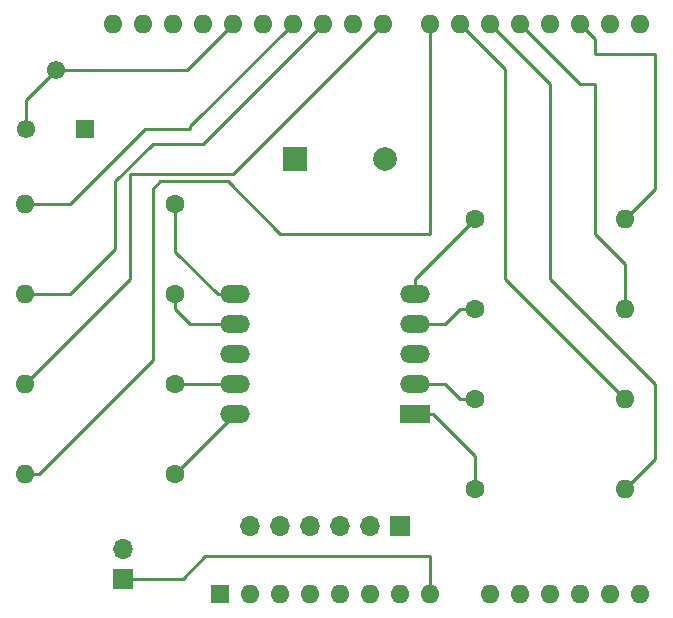
<source format=gbr>
G04 #@! TF.GenerationSoftware,KiCad,Pcbnew,(5.1.5)-3*
G04 #@! TF.CreationDate,2022-01-09T12:48:11+00:00*
G04 #@! TF.ProjectId,MorseSerialArduinoShield,4d6f7273-6553-4657-9269-616c41726475,rev?*
G04 #@! TF.SameCoordinates,Original*
G04 #@! TF.FileFunction,Copper,L1,Top*
G04 #@! TF.FilePolarity,Positive*
%FSLAX46Y46*%
G04 Gerber Fmt 4.6, Leading zero omitted, Abs format (unit mm)*
G04 Created by KiCad (PCBNEW (5.1.5)-3) date 2022-01-09 12:48:11*
%MOMM*%
%LPD*%
G04 APERTURE LIST*
%ADD10O,1.700000X1.700000*%
%ADD11R,1.700000X1.700000*%
%ADD12O,1.600000X1.600000*%
%ADD13R,1.600000X1.600000*%
%ADD14C,1.550000*%
%ADD15R,1.550000X1.550000*%
%ADD16C,1.600000*%
%ADD17C,2.000000*%
%ADD18R,2.000000X2.000000*%
%ADD19R,2.524000X1.524000*%
%ADD20O,2.524000X1.524000*%
%ADD21C,0.250000*%
G04 APERTURE END LIST*
D10*
X130683000Y-122555000D03*
D11*
X130683000Y-125095000D03*
D10*
X141478000Y-120650000D03*
X144018000Y-120650000D03*
X146558000Y-120650000D03*
X149098000Y-120650000D03*
X151638000Y-120650000D03*
D11*
X154178000Y-120650000D03*
D12*
X129798000Y-78105000D03*
X132338000Y-78105000D03*
D13*
X138938000Y-126365000D03*
D12*
X169418000Y-78105000D03*
X141478000Y-126365000D03*
X166878000Y-78105000D03*
X144018000Y-126365000D03*
X164338000Y-78105000D03*
X146558000Y-126365000D03*
X161798000Y-78105000D03*
X149098000Y-126365000D03*
X159258000Y-78105000D03*
X151638000Y-126365000D03*
X156718000Y-78105000D03*
X154178000Y-126365000D03*
X152658000Y-78105000D03*
X156718000Y-126365000D03*
X150118000Y-78105000D03*
X161798000Y-126365000D03*
X147578000Y-78105000D03*
X164338000Y-126365000D03*
X145038000Y-78105000D03*
X166878000Y-126365000D03*
X142498000Y-78105000D03*
X169418000Y-126365000D03*
X139958000Y-78105000D03*
X171958000Y-126365000D03*
X137418000Y-78105000D03*
X174498000Y-126365000D03*
X134878000Y-78105000D03*
X174498000Y-78105000D03*
X171958000Y-78105000D03*
D14*
X125008000Y-81995000D03*
D15*
X127508000Y-86995000D03*
D14*
X122508000Y-86995000D03*
D12*
X173228000Y-117475000D03*
D16*
X160528000Y-117475000D03*
D17*
X152888000Y-89535000D03*
D18*
X145288000Y-89535000D03*
D19*
X155448000Y-111125000D03*
D20*
X155448000Y-108585000D03*
X155448000Y-106045000D03*
X155448000Y-103505000D03*
X155448000Y-100965000D03*
X140208000Y-100965000D03*
X140208000Y-103505000D03*
X140208000Y-106045000D03*
X140208000Y-108585000D03*
X140208000Y-111125000D03*
D12*
X122428000Y-93345000D03*
D16*
X135128000Y-93345000D03*
D12*
X173228000Y-109855000D03*
D16*
X160528000Y-109855000D03*
X160528000Y-102235000D03*
D12*
X173228000Y-102235000D03*
X173228000Y-94615000D03*
D16*
X160528000Y-94615000D03*
D12*
X122428000Y-100965000D03*
D16*
X135128000Y-100965000D03*
X135128000Y-108585000D03*
D12*
X122428000Y-108585000D03*
X122428000Y-116205000D03*
D16*
X135128000Y-116205000D03*
D21*
X136068000Y-81995000D02*
X125048000Y-81995000D01*
X139958000Y-78105000D02*
X136068000Y-81995000D01*
X122508000Y-84535000D02*
X122508000Y-86995000D01*
X125048000Y-81995000D02*
X122508000Y-84535000D01*
X122428000Y-93345000D02*
X126238000Y-93345000D01*
X126238000Y-93345000D02*
X132588000Y-86995000D01*
X132588000Y-86995000D02*
X136398000Y-86995000D01*
X136398000Y-86745000D02*
X145038000Y-78105000D01*
X136398000Y-86995000D02*
X136398000Y-86745000D01*
X122428000Y-100965000D02*
X126238000Y-100965000D01*
X126238000Y-100965000D02*
X130048000Y-97155000D01*
X130048000Y-91438590D02*
X133221590Y-88265000D01*
X130048000Y-97155000D02*
X130048000Y-91438590D01*
X137418000Y-88265000D02*
X147578000Y-78105000D01*
X133221590Y-88265000D02*
X137418000Y-88265000D01*
X135763000Y-125095000D02*
X130683000Y-125095000D01*
X137668000Y-123190000D02*
X135763000Y-125095000D01*
X156718000Y-126365000D02*
X156718000Y-123190000D01*
X156718000Y-123190000D02*
X137668000Y-123190000D01*
X122428000Y-108585000D02*
X131318000Y-99695000D01*
X131318000Y-99695000D02*
X131318000Y-90805000D01*
X139958000Y-90805000D02*
X152658000Y-78105000D01*
X131318000Y-90805000D02*
X139958000Y-90805000D01*
X156718000Y-95885000D02*
X156718000Y-78105000D01*
X144018000Y-95885000D02*
X156718000Y-95885000D01*
X139573000Y-91440000D02*
X144018000Y-95885000D01*
X133223000Y-92075000D02*
X133858000Y-91440000D01*
X122428000Y-116205000D02*
X123559370Y-116205000D01*
X133223000Y-106541370D02*
X133223000Y-92075000D01*
X123559370Y-116205000D02*
X133223000Y-106541370D01*
X133858000Y-91440000D02*
X139573000Y-91440000D01*
X173228000Y-109855000D02*
X163068000Y-99695000D01*
X163068000Y-81915000D02*
X159258000Y-78105000D01*
X163068000Y-99695000D02*
X163068000Y-81915000D01*
X173228000Y-117475000D02*
X175768000Y-114935000D01*
X175768000Y-114935000D02*
X175768000Y-108585000D01*
X175768000Y-108585000D02*
X166878000Y-99695000D01*
X166878000Y-83185000D02*
X161798000Y-78105000D01*
X166878000Y-99695000D02*
X166878000Y-83185000D01*
X173228000Y-102235000D02*
X173228000Y-98425000D01*
X173228000Y-98425000D02*
X170688000Y-95885000D01*
X170688000Y-95885000D02*
X170688000Y-83185000D01*
X169418000Y-83185000D02*
X164338000Y-78105000D01*
X170688000Y-83185000D02*
X169418000Y-83185000D01*
X173228000Y-94615000D02*
X175768000Y-92075000D01*
X175768000Y-92075000D02*
X175768000Y-80645000D01*
X175768000Y-80645000D02*
X170688000Y-80645000D01*
X170688000Y-79375000D02*
X169418000Y-78105000D01*
X170688000Y-80645000D02*
X170688000Y-79375000D01*
X135128000Y-116205000D02*
X140208000Y-111125000D01*
X135128000Y-108585000D02*
X140208000Y-108585000D01*
X135128000Y-100965000D02*
X135128000Y-102235000D01*
X136398000Y-103505000D02*
X140208000Y-103505000D01*
X135128000Y-102235000D02*
X136398000Y-103505000D01*
X160528000Y-94615000D02*
X155448000Y-99695000D01*
X155448000Y-99695000D02*
X155448000Y-100965000D01*
X160528000Y-102235000D02*
X159258000Y-102235000D01*
X157988000Y-103505000D02*
X155448000Y-103505000D01*
X159258000Y-102235000D02*
X157988000Y-103505000D01*
X160528000Y-109855000D02*
X159258000Y-109855000D01*
X157988000Y-108585000D02*
X155448000Y-108585000D01*
X159258000Y-109855000D02*
X157988000Y-108585000D01*
X156960000Y-111125000D02*
X155448000Y-111125000D01*
X160528000Y-114693000D02*
X156960000Y-111125000D01*
X160528000Y-117475000D02*
X160528000Y-114693000D01*
X138696000Y-100965000D02*
X140208000Y-100965000D01*
X135128000Y-97397000D02*
X138696000Y-100965000D01*
X135128000Y-93345000D02*
X135128000Y-97397000D01*
M02*

</source>
